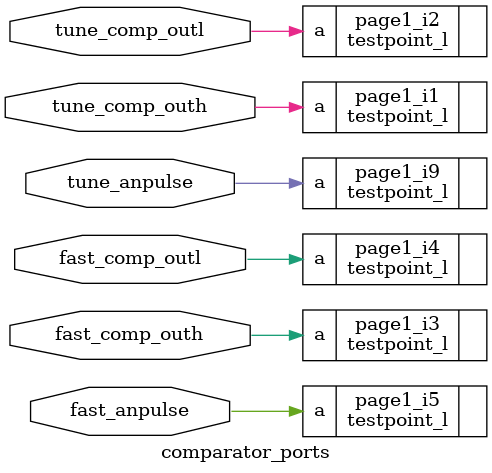
<source format=v>
`timescale 1ns/1ns

module comparator_ports (fast_anpulse, fast_comp_outh, fast_comp_outl, tune_anpulse, tune_comp_outh, tune_comp_outl 
    );
// generated by  HDL Direct 16.6-p001 (v16-6-112A) 9/10/2012
// on Mon Jan 19 19:23:13 2015
// from tubii_lib/COMPARATOR_PORTS/sch_1

  inout  fast_anpulse;
  inout  fast_comp_outh;
  inout  fast_comp_outl;
  inout  tune_anpulse;
  inout  tune_comp_outh;
  inout  tune_comp_outl;
  // global signal glbl.gnd;

  wire  gnd;
  wire  page1_gnd;

  assign gnd = glbl.gnd;
  assign page1_gnd = gnd;

  assign gnd  = glbl.gnd;
  assign gnd  = glbl.gnd;

// begin instances 

  testpoint_l page1_i1  (.a(tune_comp_outh));

  testpoint_l page1_i2  (.a(tune_comp_outl));

  testpoint_l page1_i3  (.a(fast_comp_outh));

  testpoint_l page1_i4  (.a(fast_comp_outl));

  testpoint_l page1_i5  (.a(fast_anpulse));

  testpoint_l page1_i6  (.a(glbl.gnd));

  testpoint_l page1_i9  (.a(tune_anpulse));

  testpoint_l page1_i10  (.a(glbl.gnd));

endmodule // comparator_ports(sch_1) 

</source>
